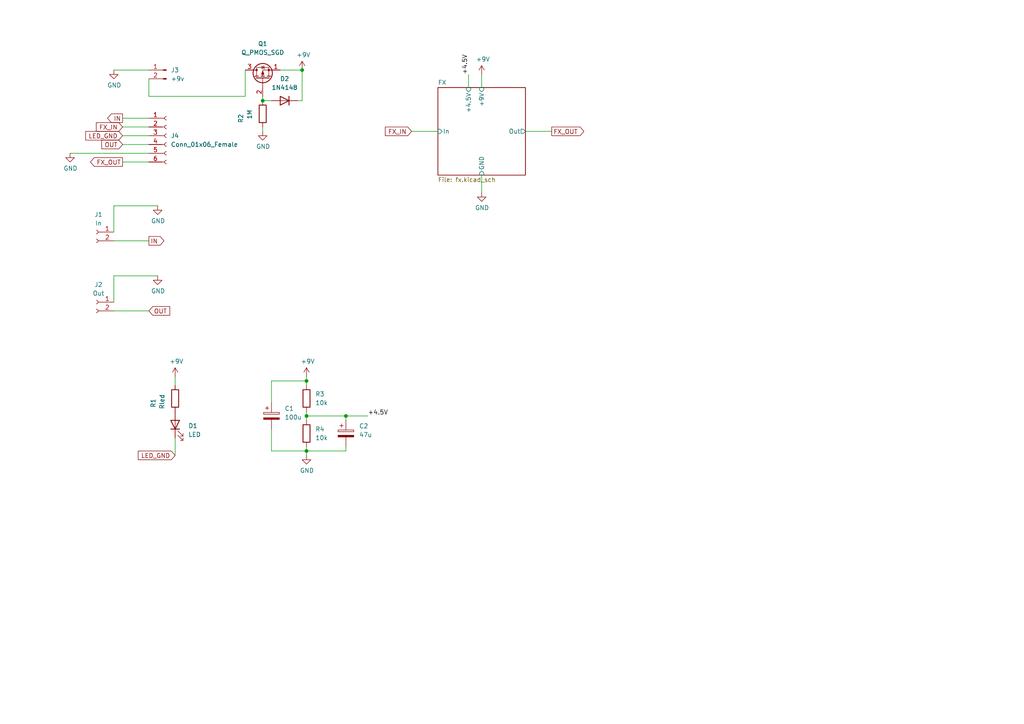
<source format=kicad_sch>
(kicad_sch (version 20211123) (generator eeschema)
  (paper "A4")
  (lib_symbols
    (symbol "Connector:Conn_01x02_Female" (pin_names (offset 1.016) hide)
      (property "Reference" "J" (at 0 2.54 0))
      (property "Value" "Conn_01x02_Female" (at 0 -5.08 0))
      (symbol "Conn_01x02_Female_1_1"
        (arc (start 0 -2.032) (mid -0.508 -2.54) (end 0 -3.048) (stroke (width 0.1524)))
        (polyline (pts (xy -1.27 -2.54) (xy -0.508 -2.54)) (stroke (width 0.1524)))
        (polyline (pts (xy -1.27 0) (xy -0.508 0)) (stroke (width 0.1524)))
        (arc (start 0 0.508) (mid -0.508 0) (end 0 -0.508) (stroke (width 0.1524)))
        (pin passive line (at -5.08 0 0) (length 3.81) (name "Pin_1") (number "1"))
        (pin passive line (at -5.08 -2.54 0) (length 3.81) (name "Pin_2") (number "2"))
      )
    )
    (symbol "Connector:Conn_01x02_Male" (pin_names (offset 1.016) hide)
      (property "Reference" "J" (at 0 2.54 0))
      (property "Value" "Conn_01x02_Male" (at 0 -5.08 0))
      (symbol "Conn_01x02_Male_1_1"
        (polyline (pts (xy 1.27 -2.54) (xy 0.8636 -2.54)) (stroke (width 0.1524)))
        (polyline (pts (xy 1.27 0) (xy 0.8636 0)) (stroke (width 0.1524)))
        (rectangle (start 0.8636 -2.413) (end 0 -2.667) (stroke (width 0.1524)) (fill (type outline)))
        (rectangle (start 0.8636 0.127) (end 0 -0.127) (stroke (width 0.1524)) (fill (type outline)))
        (pin passive line (at 5.08 0 180) (length 3.81) (name "Pin_1") (number "1"))
        (pin passive line (at 5.08 -2.54 180) (length 3.81) (name "Pin_2") (number "2"))
      )
    )
    (symbol "Connector:Conn_01x06_Female" (pin_names (offset 1.016) hide)
      (property "Reference" "J" (at 0 7.62 0))
      (property "Value" "Conn_01x06_Female" (at 0 -10.16 0))
      (symbol "Conn_01x06_Female_1_1"
        (arc (start 0 -7.112) (mid -0.508 -7.62) (end 0 -8.128) (stroke (width 0.1524)))
        (arc (start 0 -4.572) (mid -0.508 -5.08) (end 0 -5.588) (stroke (width 0.1524)))
        (arc (start 0 -2.032) (mid -0.508 -2.54) (end 0 -3.048) (stroke (width 0.1524)))
        (polyline (pts (xy -1.27 -7.62) (xy -0.508 -7.62)) (stroke (width 0.1524)))
        (polyline (pts (xy -1.27 -5.08) (xy -0.508 -5.08)) (stroke (width 0.1524)))
        (polyline (pts (xy -1.27 -2.54) (xy -0.508 -2.54)) (stroke (width 0.1524)))
        (polyline (pts (xy -1.27 0) (xy -0.508 0)) (stroke (width 0.1524)))
        (polyline (pts (xy -1.27 2.54) (xy -0.508 2.54)) (stroke (width 0.1524)))
        (polyline (pts (xy -1.27 5.08) (xy -0.508 5.08)) (stroke (width 0.1524)))
        (arc (start 0 0.508) (mid -0.508 0) (end 0 -0.508) (stroke (width 0.1524)))
        (arc (start 0 3.048) (mid -0.508 2.54) (end 0 2.032) (stroke (width 0.1524)))
        (arc (start 0 5.588) (mid -0.508 5.08) (end 0 4.572) (stroke (width 0.1524)))
        (pin passive line (at -5.08 5.08 0) (length 3.81) (name "Pin_1") (number "1"))
        (pin passive line (at -5.08 2.54 0) (length 3.81) (name "Pin_2") (number "2"))
        (pin passive line (at -5.08 0 0) (length 3.81) (name "Pin_3") (number "3"))
        (pin passive line (at -5.08 -2.54 0) (length 3.81) (name "Pin_4") (number "4"))
        (pin passive line (at -5.08 -5.08 0) (length 3.81) (name "Pin_5") (number "5"))
        (pin passive line (at -5.08 -7.62 0) (length 3.81) (name "Pin_6") (number "6"))
      )
    )
    (symbol "Device:C_Polarized" (pin_numbers hide) (pin_names (offset 0.254))
      (property "Reference" "C" (at 0.635 2.54 0))
      (property "Value" "C_Polarized" (at 0.635 -2.54 0))
      (symbol "C_Polarized_0_1"
        (rectangle (start -2.286 0.508) (end 2.286 1.016))
        (polyline (pts (xy -1.778 2.286) (xy -0.762 2.286)))
        (polyline (pts (xy -1.27 2.794) (xy -1.27 1.778)))
        (rectangle (start 2.286 -0.508) (end -2.286 -1.016) (fill (type outline)))
      )
      (symbol "C_Polarized_1_1"
        (pin passive line (at 0 3.81 270) (length 2.794) (name "~") (number "1"))
        (pin passive line (at 0 -3.81 90) (length 2.794) (name "~") (number "2"))
      )
    )
    (symbol "Device:LED" (pin_numbers hide) (pin_names (offset 1.016) hide)
      (property "Reference" "D" (at 0 2.54 0))
      (property "Value" "LED" (at 0 -2.54 0))
      (symbol "LED_0_1"
        (polyline (pts (xy -1.27 -1.27) (xy -1.27 1.27)) (stroke (width 0.254)))
        (polyline (pts (xy -1.27 0) (xy 1.27 0)))
        (polyline (pts (xy 1.27 -1.27) (xy 1.27 1.27) (xy -1.27 0) (xy 1.27 -1.27)) (stroke (width 0.254)))
        (polyline (pts (xy -3.048 -0.762) (xy -4.572 -2.286) (xy -3.81 -2.286) (xy -4.572 -2.286) (xy -4.572 -1.524)))
        (polyline (pts (xy -1.778 -0.762) (xy -3.302 -2.286) (xy -2.54 -2.286) (xy -3.302 -2.286) (xy -3.302 -1.524)))
      )
      (symbol "LED_1_1"
        (pin passive line (at -3.81 0 0) (length 2.54) (name "K") (number "1"))
        (pin passive line (at 3.81 0 180) (length 2.54) (name "A") (number "2"))
      )
    )
    (symbol "Device:Q_PMOS_SGD" (pin_names (offset 0) hide)
      (property "Reference" "Q" (at 5.08 1.27 0))
      (property "Value" "Q_PMOS_SGD" (at 5.08 -1.27 0))
      (symbol "Q_PMOS_SGD_0_1"
        (polyline (pts (xy 0.254 0) (xy -2.54 0)))
        (polyline (pts (xy 0.254 1.905) (xy 0.254 -1.905)) (stroke (width 0.254)))
        (polyline (pts (xy 0.762 -1.27) (xy 0.762 -2.286)) (stroke (width 0.254)))
        (polyline (pts (xy 0.762 0.508) (xy 0.762 -0.508)) (stroke (width 0.254)))
        (polyline (pts (xy 0.762 2.286) (xy 0.762 1.27)) (stroke (width 0.254)))
        (polyline (pts (xy 2.54 2.54) (xy 2.54 1.778)))
        (polyline (pts (xy 2.54 -2.54) (xy 2.54 0) (xy 0.762 0)))
        (polyline (pts (xy 0.762 1.778) (xy 3.302 1.778) (xy 3.302 -1.778) (xy 0.762 -1.778)))
        (polyline (pts (xy 2.286 0) (xy 1.27 0.381) (xy 1.27 -0.381) (xy 2.286 0)) (fill (type outline)))
        (polyline (pts (xy 2.794 -0.508) (xy 2.921 -0.381) (xy 3.683 -0.381) (xy 3.81 -0.254)))
        (polyline (pts (xy 3.302 -0.381) (xy 2.921 0.254) (xy 3.683 0.254) (xy 3.302 -0.381)))
        (circle (center 1.651 0) (radius 2.794) (stroke (width 0.254)))
        (circle (center 2.54 -1.778) (radius 0.254) (fill (type outline)))
        (circle (center 2.54 1.778) (radius 0.254) (fill (type outline)))
      )
      (symbol "Q_PMOS_SGD_1_1"
        (pin passive line (at 2.54 -5.08 90) (length 2.54) (name "S") (number "1"))
        (pin input line (at -5.08 0 0) (length 2.54) (name "G") (number "2"))
        (pin passive line (at 2.54 5.08 270) (length 2.54) (name "D") (number "3"))
      )
    )
    (symbol "Device:R" (pin_numbers hide) (pin_names (offset 0))
      (property "Reference" "R" (at 2.032 0 90))
      (property "Value" "R" (at 0 0 90))
      (symbol "R_0_1"
        (rectangle (start -1.016 -2.54) (end 1.016 2.54) (stroke (width 0.254)))
      )
      (symbol "R_1_1"
        (pin passive line (at 0 3.81 270) (length 1.27) (name "~") (number "1"))
        (pin passive line (at 0 -3.81 90) (length 1.27) (name "~") (number "2"))
      )
    )
    (symbol "Diode:1N4148" (pin_numbers hide) (pin_names hide)
      (property "Reference" "D" (at 0 2.54 0))
      (property "Value" "1N4148" (at 0 -2.54 0))
      (symbol "1N4148_0_1"
        (polyline (pts (xy -1.27 1.27) (xy -1.27 -1.27)) (stroke (width 0.254)))
        (polyline (pts (xy 1.27 0) (xy -1.27 0)))
        (polyline (pts (xy 1.27 1.27) (xy 1.27 -1.27) (xy -1.27 0) (xy 1.27 1.27)) (stroke (width 0.254)))
      )
      (symbol "1N4148_1_1"
        (pin passive line (at -3.81 0 0) (length 2.54) (name "K") (number "1"))
        (pin passive line (at 3.81 0 180) (length 2.54) (name "A") (number "2"))
      )
    )
    (symbol "power:+9V" (power) (pin_names (offset 0))
      (property "Value" "+9V" (at 0 3.556 0))
      (symbol "+9V_0_1"
        (polyline (pts (xy -0.762 1.27) (xy 0 2.54)))
        (polyline (pts (xy 0 0) (xy 0 2.54)))
        (polyline (pts (xy 0 2.54) (xy 0.762 1.27)))
      )
      (symbol "+9V_1_1"
        (pin power_in line (at 0 0 90) (length 0) hide (name "+9V") (number "1"))
      )
    )
    (symbol "power:GND" (power) (pin_names (offset 0))
      (property "Value" "GND" (at 0 -3.81 0))
      (symbol "GND_0_1"
        (polyline (pts (xy 0 0) (xy 0 -1.27) (xy 1.27 -1.27) (xy 0 -2.54) (xy -1.27 -1.27) (xy 0 -1.27)))
      )
      (symbol "GND_1_1"
        (pin power_in line (at 0 0 270) (length 0) hide (name "GND") (number "1"))
      )
    )
  )
  (junction (at 76.2 29.21))
  (junction (at 100.33 120.65))
  (junction (at 88.9 110.49))
  (junction (at 88.9 130.81))
  (junction (at 88.9 120.65))
  (junction (at 87.63 20.32))
  (wire (pts (xy 88.9 110.49) (xy 88.9 111.76)))
  (wire (pts (xy 88.9 109.22) (xy 88.9 110.49)))
  (wire (pts (xy 33.02 69.85) (xy 43.18 69.85)))
  (wire (pts (xy 88.9 130.81) (xy 88.9 132.08)))
  (wire (pts (xy 35.56 34.29) (xy 43.18 34.29)))
  (wire (pts (xy 78.74 130.81) (xy 88.9 130.81)))
  (wire (pts (xy 139.7 21.59) (xy 139.7 25.4)))
  (wire (pts (xy 71.12 27.94) (xy 71.12 20.32)))
  (wire (pts (xy 100.33 130.81) (xy 88.9 130.81)))
  (wire (pts (xy 88.9 119.38) (xy 88.9 120.65)))
  (wire (pts (xy 33.02 80.01) (xy 45.72 80.01)))
  (wire (pts (xy 35.56 46.99) (xy 43.18 46.99)))
  (wire (pts (xy 35.56 39.37) (xy 43.18 39.37)))
  (wire (pts (xy 50.8 109.22) (xy 50.8 111.76)))
  (wire (pts (xy 100.33 120.65) (xy 106.68 120.65)))
  (wire (pts (xy 76.2 27.94) (xy 76.2 29.21)))
  (wire (pts (xy 33.02 80.01) (xy 33.02 87.63)))
  (wire (pts (xy 87.63 20.32) (xy 87.63 29.21)))
  (wire (pts (xy 100.33 129.54) (xy 100.33 130.81)))
  (wire (pts (xy 35.56 36.83) (xy 43.18 36.83)))
  (wire (pts (xy 100.33 120.65) (xy 100.33 121.92)))
  (wire (pts (xy 33.02 59.69) (xy 45.72 59.69)))
  (wire (pts (xy 86.36 29.21) (xy 87.63 29.21)))
  (wire (pts (xy 139.7 50.8) (xy 139.7 55.88)))
  (wire (pts (xy 81.28 20.32) (xy 87.63 20.32)))
  (wire (pts (xy 78.74 124.46) (xy 78.74 130.81)))
  (wire (pts (xy 33.02 90.17) (xy 43.18 90.17)))
  (wire (pts (xy 43.18 22.86) (xy 43.18 27.94)))
  (wire (pts (xy 33.02 59.69) (xy 33.02 67.31)))
  (wire (pts (xy 135.89 21.59) (xy 135.89 25.4)))
  (wire (pts (xy 88.9 120.65) (xy 88.9 121.92)))
  (wire (pts (xy 119.38 38.1) (xy 127 38.1)))
  (wire (pts (xy 50.8 127) (xy 50.8 132.08)))
  (wire (pts (xy 88.9 129.54) (xy 88.9 130.81)))
  (wire (pts (xy 88.9 120.65) (xy 100.33 120.65)))
  (wire (pts (xy 20.32 44.45) (xy 43.18 44.45)))
  (wire (pts (xy 78.74 110.49) (xy 78.74 116.84)))
  (wire (pts (xy 43.18 27.94) (xy 71.12 27.94)))
  (wire (pts (xy 152.4 38.1) (xy 160.02 38.1)))
  (wire (pts (xy 35.56 41.91) (xy 43.18 41.91)))
  (wire (pts (xy 33.02 20.32) (xy 43.18 20.32)))
  (wire (pts (xy 88.9 110.49) (xy 78.74 110.49)))
  (wire (pts (xy 76.2 36.83) (xy 76.2 38.1)))
  (wire (pts (xy 76.2 29.21) (xy 78.74 29.21)))
  (label "+4.5V" (at 106.68 120.65 0))
  (label "+4.5V" (at 135.89 21.59 90))
  (global_label "LED_GND" (shape input) (at 50.8 132.08 180) (property "Intersheet References" "${INTERSHEET_REFS}" (effects hide)))
  (global_label "FX_OUT" (shape output) (at 160.02 38.1 0) (property "Intersheet References" "${INTERSHEET_REFS}" (effects hide)))
  (global_label "FX_IN" (shape input) (at 35.56 36.83 180) (property "Intersheet References" "${INTERSHEET_REFS}" (effects hide)))
  (global_label "IN" (shape output) (at 35.56 34.29 180) (property "Intersheet References" "${INTERSHEET_REFS}" (effects hide)))
  (global_label "FX_OUT" (shape output) (at 35.56 46.99 180) (property "Intersheet References" "${INTERSHEET_REFS}" (effects hide)))
  (global_label "OUT" (shape input) (at 43.18 90.17 0) (property "Intersheet References" "${INTERSHEET_REFS}" (effects hide)))
  (global_label "LED_GND" (shape input) (at 35.56 39.37 180) (property "Intersheet References" "${INTERSHEET_REFS}" (effects hide)))
  (global_label "IN" (shape output) (at 43.18 69.85 0) (property "Intersheet References" "${INTERSHEET_REFS}" (effects hide)))
  (global_label "FX_IN" (shape input) (at 119.38 38.1 180) (property "Intersheet References" "${INTERSHEET_REFS}" (effects hide)))
  (global_label "OUT" (shape input) (at 35.56 41.91 180) (property "Intersheet References" "${INTERSHEET_REFS}" (effects hide)))
  (symbol (lib_id "power:GND") (at 76.2 38.1 0) (unit 1)
    (property "Reference" "#PWR06" (effects hide))
    (property "Value" "GND" (at 76.327 42.4942 0))
  )
  (symbol (lib_id "power:+9V") (at 50.8 109.22 0) (unit 1)
    (property "Reference" "#PWR05" (effects hide))
    (property "Value" "+9V" (at 51.181 104.8258 0))
  )
  (symbol (lib_id "power:GND") (at 33.02 20.32 0) (unit 1)
    (property "Reference" "#PWR02" (effects hide))
    (property "Value" "GND" (at 33.147 24.7142 0))
  )
  (symbol (lib_id "Connector:Conn_01x02_Female") (at 27.94 67.31 0) (mirror y) (unit 1)
    (property "Reference" "J1" (at 28.575 62.23 0))
    (property "Value" "In" (at 28.575 64.77 0))
    (property "Footprint" "Connector_PinHeader_2.54mm:PinHeader_1x02_P2.54mm_Vertical" (effects hide))
  )
  (symbol (lib_id "Connector:Conn_01x06_Female") (at 48.26 39.37 0) (unit 1)
    (property "Reference" "J4" (at 49.53 39.3699 0) (effects (justify left)))
    (property "Value" "Conn_01x06_Female" (at 49.53 41.9099 0) (effects (justify left)))
    (property "Footprint" "Connector_PinHeader_2.54mm:PinHeader_1x06_P2.54mm_Vertical" (effects hide))
  )
  (symbol (lib_id "power:GND") (at 45.72 59.69 0) (unit 1)
    (property "Reference" "#PWR03" (effects hide))
    (property "Value" "GND" (at 45.847 64.0842 0))
  )
  (symbol (lib_id "power:GND") (at 88.9 132.08 0) (unit 1)
    (property "Reference" "#PWR09" (effects hide))
    (property "Value" "GND" (at 89.027 136.4742 0))
  )
  (symbol (lib_id "Device:Q_PMOS_SGD") (at 76.2 22.86 90) (unit 1)
    (property "Reference" "Q1" (at 76.2 12.7 90))
    (property "Value" "Q_PMOS_SGD" (at 76.2 15.24 90))
    (property "Footprint" "Package_TO_SOT_THT:TO-92L_Inline_Wide" (effects hide))
  )
  (symbol (lib_id "power:GND") (at 139.7 55.88 0) (unit 1)
    (property "Reference" "#PWR011" (effects hide))
    (property "Value" "GND" (at 139.827 60.2742 0))
  )
  (symbol (lib_id "Device:R") (at 50.8 115.57 180) (unit 1)
    (property "Reference" "R1" (at 44.45 115.57 90) (effects (justify left)))
    (property "Value" "Rled" (at 46.99 114.3 90) (effects (justify left)))
    (property "Footprint" "Resistor_THT:R_Axial_DIN0207_L6.3mm_D2.5mm_P7.62mm_Horizontal" (effects hide))
  )
  (symbol (lib_id "Device:C_Polarized") (at 100.33 125.73 0) (unit 1)
    (property "Reference" "C2" (at 104.14 123.5709 0) (effects (justify left)))
    (property "Value" "47u" (at 104.14 126.1109 0) (effects (justify left)))
    (property "Footprint" "Capacitor_THT:CP_Radial_D5.0mm_P2.50mm" (effects hide))
  )
  (symbol (lib_id "power:+9V") (at 87.63 20.32 0) (unit 1)
    (property "Reference" "#PWR07" (effects hide))
    (property "Value" "+9V" (at 88.011 15.9258 0))
  )
  (symbol (lib_id "power:GND") (at 45.72 80.01 0) (unit 1)
    (property "Reference" "#PWR04" (effects hide))
    (property "Value" "GND" (at 45.847 84.4042 0))
  )
  (symbol (lib_id "Connector:Conn_01x02_Female") (at 27.94 87.63 0) (mirror y) (unit 1)
    (property "Reference" "J2" (at 28.575 82.55 0))
    (property "Value" "Out" (at 28.575 85.09 0))
    (property "Footprint" "Connector_PinHeader_2.54mm:PinHeader_1x02_P2.54mm_Vertical" (effects hide))
  )
  (symbol (lib_id "Connector:Conn_01x02_Male") (at 48.26 20.32 0) (mirror y) (unit 1)
    (property "Reference" "J3" (at 49.53 20.3199 0) (effects (justify right)))
    (property "Value" "+9v" (at 49.53 22.8599 0) (effects (justify right)))
    (property "Footprint" "Connector_JST:JST_XH_B2B-XH-A_1x02_P2.50mm_Vertical" (effects hide))
  )
  (symbol (lib_id "Device:LED") (at 50.8 123.19 90) (unit 1)
    (property "Reference" "D1" (at 54.61 123.5074 90) (effects (justify right)))
    (property "Value" "LED" (at 54.61 126.0474 90) (effects (justify right)))
    (property "Footprint" "LED_THT:LED_D5.0mm" (effects hide))
  )
  (symbol (lib_id "Diode:1N4148") (at 82.55 29.21 180) (unit 1)
    (property "Reference" "D2" (at 82.55 22.86 0))
    (property "Value" "1N4148" (at 82.55 25.4 0))
    (property "Footprint" "Diode_THT:D_A-405_P7.62mm_Horizontal" (effects hide))
    (property "Datasheet" "https://assets.nexperia.com/documents/data-sheet/1N4148_1N4448.pdf" (effects hide))
  )
  (symbol (lib_id "power:GND") (at 20.32 44.45 0) (unit 1)
    (property "Reference" "#PWR01" (effects hide))
    (property "Value" "GND" (at 20.447 48.8442 0))
  )
  (symbol (lib_id "power:+9V") (at 139.7 21.59 0) (unit 1)
    (property "Reference" "#PWR010" (effects hide))
    (property "Value" "+9V" (at 140.081 17.1958 0))
  )
  (symbol (lib_id "Device:C_Polarized") (at 78.74 120.65 0) (unit 1)
    (property "Reference" "C1" (at 82.55 118.4909 0) (effects (justify left)))
    (property "Value" "100u" (at 82.55 121.0309 0) (effects (justify left)))
    (property "Footprint" "Capacitor_THT:CP_Radial_D5.0mm_P2.50mm" (effects hide))
  )
  (symbol (lib_id "Device:R") (at 88.9 125.73 0) (unit 1)
    (property "Reference" "R4" (at 91.44 124.4599 0) (effects (justify left)))
    (property "Value" "10k" (at 91.44 126.9999 0) (effects (justify left)))
    (property "Footprint" "Resistor_THT:R_Axial_DIN0207_L6.3mm_D2.5mm_P7.62mm_Horizontal" (effects hide))
  )
  (symbol (lib_id "power:+9V") (at 88.9 109.22 0) (unit 1)
    (property "Reference" "#PWR08" (effects hide))
    (property "Value" "+9V" (at 89.281 104.8258 0))
  )
  (symbol (lib_id "Device:R") (at 88.9 115.57 0) (unit 1)
    (property "Reference" "R3" (at 91.44 114.2999 0) (effects (justify left)))
    (property "Value" "10k" (at 91.44 116.8399 0) (effects (justify left)))
    (property "Footprint" "Resistor_THT:R_Axial_DIN0207_L6.3mm_D2.5mm_P7.62mm_Horizontal" (effects hide))
  )
  (symbol (lib_id "Device:R") (at 76.2 33.02 180) (unit 1)
    (property "Reference" "R2" (at 69.85 33.02 90) (effects (justify left)))
    (property "Value" "1M" (at 72.39 31.75 90) (effects (justify left)))
    (property "Footprint" "Resistor_THT:R_Axial_DIN0207_L6.3mm_D2.5mm_P7.62mm_Horizontal" (effects hide))
  )
  (sheet (at 127 25.4) (size 25.4 25.4) (stroke (width 0.1524))
    (property "Sheet name" "FX" (at 127 24.6884 0) (effects (justify left bottom)))
    (property "Sheet file" "fx.kicad_sch" (at 127 51.3846 0) (effects (justify left top)))
    (pin "+4.5V" input (at 135.89 25.4 90))
    (pin "+9V" input (at 139.7 25.4 90))
    (pin "GND" input (at 139.7 50.8 270))
    (pin "Out" output (at 152.4 38.1 0))
    (pin "In" input (at 127 38.1 180))
  )
)
</source>
